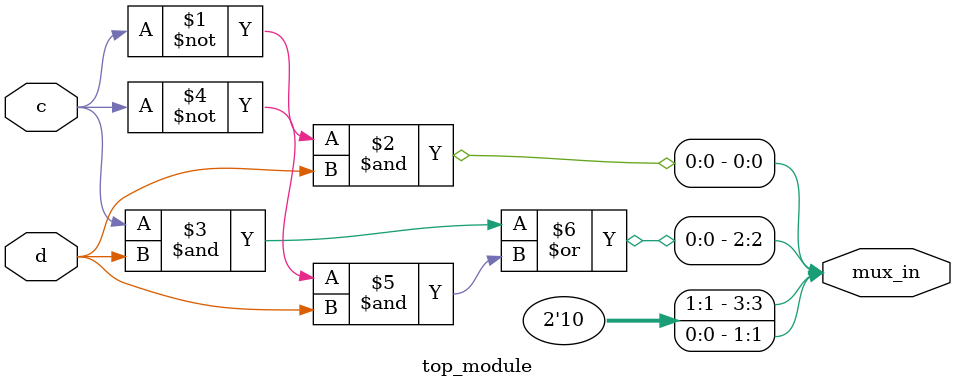
<source format=sv>
module top_module (
	input c,
	input d,
	output [3:0] mux_in
);

	// The given K-map implementation can be translated to:
	// mux_in[0] = c'd
	// mux_in[1] = 0
	// mux_in[2] = cd + c'd
	// mux_in[3] = 1

	// Assigning the outputs based on the mappings
	assign mux_in[0] = ~c & d;             // 00
	assign mux_in[1] = 0;                  // 01
	assign mux_in[2] = (c & d) | (~c & d); // 11
	assign mux_in[3] = 1;                  // 10

endmodule

</source>
